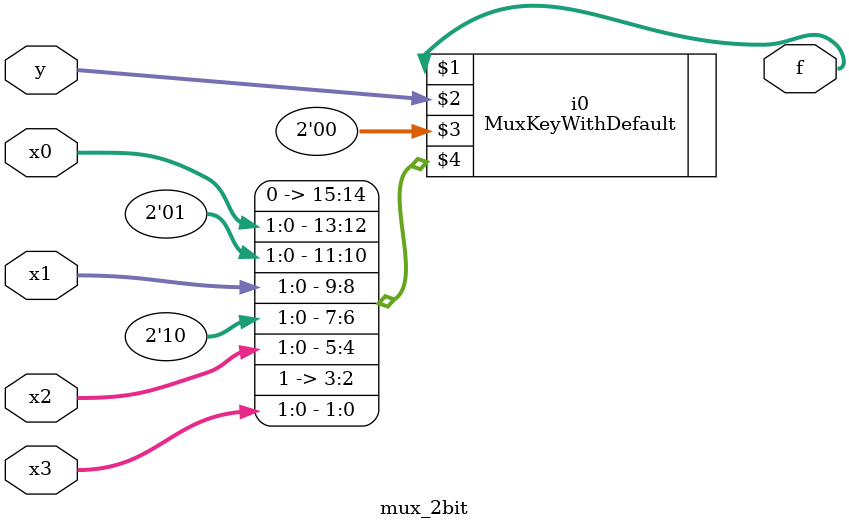
<source format=v>
module mux_2bit (x0, x1, x2, x3, y, f);
    input [1:0] x0;
    input [1:0] x1;
    input [1:0] x2;
    input [1:0] x3;
    input [1:0] y;
    output reg [1:0] f;

    MuxKeyWithDefault #(4, 2, 2) i0 (f, y, 2'b00, {
    2'b00, x0,
    2'b01, x1,
    2'b10, x2,
    2'b11, x3
  });

  endmodule

</source>
